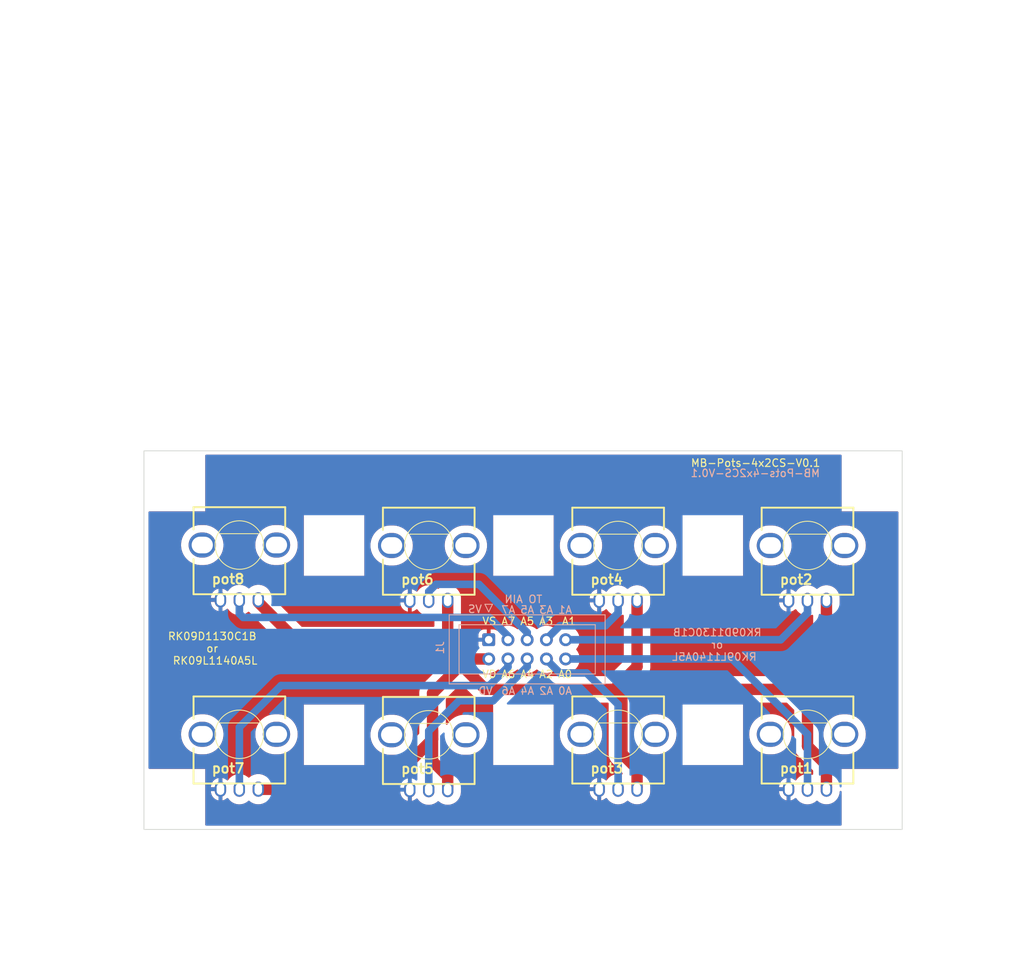
<source format=kicad_pcb>
(kicad_pcb (version 20221018) (generator pcbnew)
  (title_block (title "Pot 4 x 2"))
  (layers (0 "F.Cu" signal "Dessus.Cu") (31 "B.Cu" signal "Dessous.Cu") (34 "B.Paste" user "Dessous.Pate") (35 "F.Paste" user "Dessus.Pate") (36 "B.SilkS" user "Dessous.SilkS") (37 "F.SilkS" user "Dessus.SilkS") (38 "B.Mask" user "Dessous.Masque") (39 "F.Mask" user "Dessus.Masque") (44 "Edge.Cuts" user "Contours.Ci"))
  (net 0 "")
  (net 1 "VDD")
  (net 2 "GND")
  (net 3 "Net-(J1-A7)")
  (net 4 "Net-(J1-A6)")
  (net 5 "Net-(J1-A5)")
  (net 6 "Net-(J1-A4)")
  (net 7 "Net-(J1-A3)")
  (net 8 "Net-(J1-A2)")
  (net 9 "Net-(J1-A1)")
  (net 10 "Net-(J1-A0)")
  (footprint "ksir 2022:RK09L and RK09D" (layer "F.Cu") (at 149.5 73.5)
    (fp_text reference "pot2" (at -1.5 4.5) (layer "F.SilkS") (effects (font (size 1.27 1.27) (thickness 0.254))))
    (fp_text value "POTA" hide)
    (fp_line (start -6.05 -5) (end -6.05 -2.06767) (stroke (width 0.254)) (layer "F.SilkS"))
    (fp_line (start -6.05 6.5) (end -6.05 1.862) (stroke (width 0.254)) (layer "F.SilkS"))
    (fp_line (start -6.05 6.5) (end 6.05 6.5) (stroke (width 0.254)) (layer "F.SilkS"))
    (fp_line (start -2.5 -1.5) (end 2.5 -1.5) (stroke (width 0.12)) (layer "F.SilkS"))
    (fp_line (start 6.05 -5) (end -6.05 -5) (stroke (width 0.254)) (layer "F.SilkS"))
    (fp_line (start 6.05 -5) (end 6.05 -2.12467) (stroke (width 0.254)) (layer "F.SilkS"))
    (fp_line (start 6.05 6.5) (end 6.05 2.4) (stroke (width 0.254)) (layer "F.SilkS"))
    (fp_circle (center 0 0) (end 2.5 2) (stroke (width 0.12)) (fill none) (layer "F.SilkS"))
    (pad "1" thru_hole oval locked (at -2.5 7.251136) (size 1.5 2) (drill oval 1 1.5) (layers "*.Cu" "*.Mask") (net 2 "GND"))
    (pad "2" thru_hole oval locked (at -0.006614 7.253307) (size 1.5 2) (drill oval 1 1.5) (layers "*.Cu" "*.Mask") (net 9 "Net-(J1-A1)"))
    (pad "3" thru_hole oval locked (at 2.5 7.246692) (size 1.5 2) (drill oval 1 1.5) (layers "*.Cu" "*.Mask") (net 1 "VDD"))
    (pad "4" thru_hole oval locked (at -4.9 0 90) (size 3.3 3.6) (drill oval 2.2 2.8) (layers "*.Cu" "*.Mask"))
    (pad "4" thru_hole oval locked (at 4.9 0 90) (size 3.3 3.6) (drill oval 2.2 2.8) (layers "*.Cu" "*.Mask"))
  )
  (footprint "ksir 2022:RK09L and RK09D" (layer "F.Cu") (at 124.5 73.5)
    (fp_text reference "pot4" (at -1.5 4.5) (layer "F.SilkS") (effects (font (size 1.27 1.27) (thickness 0.254))))
    (fp_text value "POTA" hide)
    (fp_line (start -6.05 -5) (end -6.05 -2.06767) (stroke (width 0.254)) (layer "F.SilkS"))
    (fp_line (start -6.05 6.5) (end -6.05 1.862) (stroke (width 0.254)) (layer "F.SilkS"))
    (fp_line (start -6.05 6.5) (end 6.05 6.5) (stroke (width 0.254)) (layer "F.SilkS"))
    (fp_line (start -2.5 -1.5) (end 2.5 -1.5) (stroke (width 0.12)) (layer "F.SilkS"))
    (fp_line (start 6.05 -5) (end -6.05 -5) (stroke (width 0.254)) (layer "F.SilkS"))
    (fp_line (start 6.05 -5) (end 6.05 -2.12467) (stroke (width 0.254)) (layer "F.SilkS"))
    (fp_line (start 6.05 6.5) (end 6.05 2.4) (stroke (width 0.254)) (layer "F.SilkS"))
    (fp_circle (center 0 0) (end 2.5 2) (stroke (width 0.12)) (fill none) (layer "F.SilkS"))
    (pad "1" thru_hole oval locked (at -2.5 7.251136) (size 1.5 2) (drill oval 1 1.5) (layers "*.Cu" "*.Mask") (net 2 "GND"))
    (pad "2" thru_hole oval locked (at -0.006614 7.253307) (size 1.5 2) (drill oval 1 1.5) (layers "*.Cu" "*.Mask") (net 7 "Net-(J1-A3)"))
    (pad "3" thru_hole oval locked (at 2.5 7.246692) (size 1.5 2) (drill oval 1 1.5) (layers "*.Cu" "*.Mask") (net 1 "VDD"))
    (pad "4" thru_hole oval locked (at -4.9 0 90) (size 3.3 3.6) (drill oval 2.2 2.8) (layers "*.Cu" "*.Mask"))
    (pad "4" thru_hole oval locked (at 4.9 0 90) (size 3.3 3.6) (drill oval 2.2 2.8) (layers "*.Cu" "*.Mask"))
  )
  (footprint "ksir 2022:RK09L and RK09D" (layer "F.Cu") (at 124.5 98.436846)
    (fp_text reference "pot3" (at -1.5 4.5) (layer "F.SilkS") (effects (font (size 1.27 1.27) (thickness 0.254))))
    (fp_text value "POTA" hide)
    (fp_line (start -6.05 -5) (end -6.05 -2.06767) (stroke (width 0.254)) (layer "F.SilkS"))
    (fp_line (start -6.05 6.5) (end -6.05 1.862) (stroke (width 0.254)) (layer "F.SilkS"))
    (fp_line (start -6.05 6.5) (end 6.05 6.5) (stroke (width 0.254)) (layer "F.SilkS"))
    (fp_line (start -2.5 -1.5) (end 2.5 -1.5) (stroke (width 0.12)) (layer "F.SilkS"))
    (fp_line (start 6.05 -5) (end -6.05 -5) (stroke (width 0.254)) (layer "F.SilkS"))
    (fp_line (start 6.05 -5) (end 6.05 -2.12467) (stroke (width 0.254)) (layer "F.SilkS"))
    (fp_line (start 6.05 6.5) (end 6.05 2.4) (stroke (width 0.254)) (layer "F.SilkS"))
    (fp_circle (center 0 0) (end 2.5 2) (stroke (width 0.12)) (fill none) (layer "F.SilkS"))
    (pad "1" thru_hole oval locked (at -2.5 7.251136) (size 1.5 2) (drill oval 1 1.5) (layers "*.Cu" "*.Mask") (net 2 "GND"))
    (pad "2" thru_hole oval locked (at -0.006614 7.253307) (size 1.5 2) (drill oval 1 1.5) (layers "*.Cu" "*.Mask") (net 8 "Net-(J1-A2)"))
    (pad "3" thru_hole oval locked (at 2.5 7.246692) (size 1.5 2) (drill oval 1 1.5) (layers "*.Cu" "*.Mask") (net 1 "VDD"))
    (pad "4" thru_hole oval locked (at -4.9 0 90) (size 3.3 3.6) (drill oval 2.2 2.8) (layers "*.Cu" "*.Mask"))
    (pad "4" thru_hole oval locked (at 4.9 0 90) (size 3.3 3.6) (drill oval 2.2 2.8) (layers "*.Cu" "*.Mask"))
  )
  (footprint "ksir 2022:RK09L and RK09D" (layer "F.Cu") (at 99.5 73.5)
    (fp_text reference "pot6" (at -1.5 4.5) (layer "F.SilkS") (effects (font (size 1.27 1.27) (thickness 0.254))))
    (fp_text value "POTA" hide)
    (fp_line (start -6.05 -5) (end -6.05 -2.06767) (stroke (width 0.254)) (layer "F.SilkS"))
    (fp_line (start -6.05 6.5) (end -6.05 1.862) (stroke (width 0.254)) (layer "F.SilkS"))
    (fp_line (start -6.05 6.5) (end 6.05 6.5) (stroke (width 0.254)) (layer "F.SilkS"))
    (fp_line (start -2.5 -1.5) (end 2.5 -1.5) (stroke (width 0.12)) (layer "F.SilkS"))
    (fp_line (start 6.05 -5) (end -6.05 -5) (stroke (width 0.254)) (layer "F.SilkS"))
    (fp_line (start 6.05 -5) (end 6.05 -2.12467) (stroke (width 0.254)) (layer "F.SilkS"))
    (fp_line (start 6.05 6.5) (end 6.05 2.4) (stroke (width 0.254)) (layer "F.SilkS"))
    (fp_circle (center 0 0) (end 2.5 2) (stroke (width 0.12)) (fill none) (layer "F.SilkS"))
    (pad "1" thru_hole oval locked (at -2.5 7.251136) (size 1.5 2) (drill oval 1 1.5) (layers "*.Cu" "*.Mask") (net 2 "GND"))
    (pad "2" thru_hole oval locked (at -0.006614 7.253307) (size 1.5 2) (drill oval 1 1.5) (layers "*.Cu" "*.Mask") (net 5 "Net-(J1-A5)"))
    (pad "3" thru_hole oval locked (at 2.5 7.246692) (size 1.5 2) (drill oval 1 1.5) (layers "*.Cu" "*.Mask") (net 1 "VDD"))
    (pad "4" thru_hole oval locked (at -4.9 0 90) (size 3.3 3.6) (drill oval 2.2 2.8) (layers "*.Cu" "*.Mask"))
    (pad "4" thru_hole oval locked (at 4.9 0 90) (size 3.3 3.6) (drill oval 2.2 2.8) (layers "*.Cu" "*.Mask"))
  )
  (footprint "ksir 2022:RK09L and RK09D" (layer "F.Cu") (at 99.5 98.5)
    (fp_text reference "pot5" (at -1.5 4.5) (layer "F.SilkS") (effects (font (size 1.27 1.27) (thickness 0.254))))
    (fp_text value "POTA" hide)
    (fp_line (start -6.05 -5) (end -6.05 -2.06767) (stroke (width 0.254)) (layer "F.SilkS"))
    (fp_line (start -6.05 6.5) (end -6.05 1.862) (stroke (width 0.254)) (layer "F.SilkS"))
    (fp_line (start -6.05 6.5) (end 6.05 6.5) (stroke (width 0.254)) (layer "F.SilkS"))
    (fp_line (start -2.5 -1.5) (end 2.5 -1.5) (stroke (width 0.12)) (layer "F.SilkS"))
    (fp_line (start 6.05 -5) (end -6.05 -5) (stroke (width 0.254)) (layer "F.SilkS"))
    (fp_line (start 6.05 -5) (end 6.05 -2.12467) (stroke (width 0.254)) (layer "F.SilkS"))
    (fp_line (start 6.05 6.5) (end 6.05 2.4) (stroke (width 0.254)) (layer "F.SilkS"))
    (fp_circle (center 0 0) (end 2.5 2) (stroke (width 0.12)) (fill none) (layer "F.SilkS"))
    (pad "1" thru_hole oval locked (at -2.5 7.251136) (size 1.5 2) (drill oval 1 1.5) (layers "*.Cu" "*.Mask") (net 2 "GND"))
    (pad "2" thru_hole oval locked (at -0.006614 7.253307) (size 1.5 2) (drill oval 1 1.5) (layers "*.Cu" "*.Mask") (net 6 "Net-(J1-A4)"))
    (pad "3" thru_hole oval locked (at 2.5 7.246692) (size 1.5 2) (drill oval 1 1.5) (layers "*.Cu" "*.Mask") (net 1 "VDD"))
    (pad "4" thru_hole oval locked (at -4.9 0 90) (size 3.3 3.6) (drill oval 2.2 2.8) (layers "*.Cu" "*.Mask"))
    (pad "4" thru_hole oval locked (at 4.9 0 90) (size 3.3 3.6) (drill oval 2.2 2.8) (layers "*.Cu" "*.Mask"))
  )
  (footprint "ksir 2022:RK09L and RK09D" (layer "F.Cu") (at 74.5 73.436846)
    (fp_text reference "pot8" (at -1.5 4.5) (layer "F.SilkS") (effects (font (size 1.27 1.27) (thickness 0.254))))
    (fp_text value "POTA" hide)
    (fp_line (start -6.05 -5) (end -6.05 -2.06767) (stroke (width 0.254)) (layer "F.SilkS"))
    (fp_line (start -6.05 6.5) (end -6.05 1.862) (stroke (width 0.254)) (layer "F.SilkS"))
    (fp_line (start -6.05 6.5) (end 6.05 6.5) (stroke (width 0.254)) (layer "F.SilkS"))
    (fp_line (start -2.5 -1.5) (end 2.5 -1.5) (stroke (width 0.12)) (layer "F.SilkS"))
    (fp_line (start 6.05 -5) (end -6.05 -5) (stroke (width 0.254)) (layer "F.SilkS"))
    (fp_line (start 6.05 -5) (end 6.05 -2.12467) (stroke (width 0.254)) (layer "F.SilkS"))
    (fp_line (start 6.05 6.5) (end 6.05 2.4) (stroke (width 0.254)) (layer "F.SilkS"))
    (fp_circle (center 0 0) (end 2.5 2) (stroke (width 0.12)) (fill none) (layer "F.SilkS"))
    (pad "1" thru_hole oval locked (at -2.5 7.251136) (size 1.5 2) (drill oval 1 1.5) (layers "*.Cu" "*.Mask") (net 2 "GND"))
    (pad "2" thru_hole oval locked (at -0.006614 7.253307) (size 1.5 2) (drill oval 1 1.5) (layers "*.Cu" "*.Mask") (net 3 "Net-(J1-A7)"))
    (pad "3" thru_hole oval locked (at 2.5 7.246692) (size 1.5 2) (drill oval 1 1.5) (layers "*.Cu" "*.Mask") (net 1 "VDD"))
    (pad "4" thru_hole oval locked (at -4.9 0 90) (size 3.3 3.6) (drill oval 2.2 2.8) (layers "*.Cu" "*.Mask"))
    (pad "4" thru_hole oval locked (at 4.9 0 90) (size 3.3 3.6) (drill oval 2.2 2.8) (layers "*.Cu" "*.Mask"))
  )
  (footprint "ksir 2022:RK09L and RK09D" (layer "F.Cu") (at 74.5 98.436846)
    (fp_text reference "pot7" (at -1.5 4.5) (layer "F.SilkS") (effects (font (size 1.27 1.27) (thickness 0.254))))
    (fp_text value "POTA" hide)
    (fp_line (start -6.05 -5) (end -6.05 -2.06767) (stroke (width 0.254)) (layer "F.SilkS"))
    (fp_line (start -6.05 6.5) (end -6.05 1.862) (stroke (width 0.254)) (layer "F.SilkS"))
    (fp_line (start -6.05 6.5) (end 6.05 6.5) (stroke (width 0.254)) (layer "F.SilkS"))
    (fp_line (start -2.5 -1.5) (end 2.5 -1.5) (stroke (width 0.12)) (layer "F.SilkS"))
    (fp_line (start 6.05 -5) (end -6.05 -5) (stroke (width 0.254)) (layer "F.SilkS"))
    (fp_line (start 6.05 -5) (end 6.05 -2.12467) (stroke (width 0.254)) (layer "F.SilkS"))
    (fp_line (start 6.05 6.5) (end 6.05 2.4) (stroke (width 0.254)) (layer "F.SilkS"))
    (fp_circle (center 0 0) (end 2.5 2) (stroke (width 0.12)) (fill none) (layer "F.SilkS"))
    (pad "1" thru_hole oval locked (at -2.5 7.251136) (size 1.5 2) (drill oval 1 1.5) (layers "*.Cu" "*.Mask") (net 2 "GND"))
    (pad "2" thru_hole oval locked (at -0.006614 7.253307) (size 1.5 2) (drill oval 1 1.5) (layers "*.Cu" "*.Mask") (net 4 "Net-(J1-A6)"))
    (pad "3" thru_hole oval locked (at 2.5 7.246692) (size 1.5 2) (drill oval 1 1.5) (layers "*.Cu" "*.Mask") (net 1 "VDD"))
    (pad "4" thru_hole oval locked (at -4.9 0 90) (size 3.3 3.6) (drill oval 2.2 2.8) (layers "*.Cu" "*.Mask"))
    (pad "4" thru_hole oval locked (at 4.9 0 90) (size 3.3 3.6) (drill oval 2.2 2.8) (layers "*.Cu" "*.Mask"))
  )
  (footprint "ksir 2022:RK09L and RK09D" (layer "F.Cu") (at 149.5 98.436846)
    (fp_text reference "pot1" (at -1.5 4.5) (layer "F.SilkS") (effects (font (size 1.27 1.27) (thickness 0.254))))
    (fp_text value "POTA" hide)
    (fp_line (start -6.05 -5) (end -6.05 -2.06767) (stroke (width 0.254)) (layer "F.SilkS"))
    (fp_line (start -6.05 6.5) (end -6.05 1.862) (stroke (width 0.254)) (layer "F.SilkS"))
    (fp_line (start -6.05 6.5) (end 6.05 6.5) (stroke (width 0.254)) (layer "F.SilkS"))
    (fp_line (start -2.5 -1.5) (end 2.5 -1.5) (stroke (width 0.12)) (layer "F.SilkS"))
    (fp_line (start 6.05 -5) (end -6.05 -5) (stroke (width 0.254)) (layer "F.SilkS"))
    (fp_line (start 6.05 -5) (end 6.05 -2.12467) (stroke (width 0.254)) (layer "F.SilkS"))
    (fp_line (start 6.05 6.5) (end 6.05 2.4) (stroke (width 0.254)) (layer "F.SilkS"))
    (fp_circle (center 0 0) (end 2.5 2) (stroke (width 0.12)) (fill none) (layer "F.SilkS"))
    (pad "1" thru_hole oval locked (at -2.5 7.251136) (size 1.5 2) (drill oval 1 1.5) (layers "*.Cu" "*.Mask") (net 2 "GND"))
    (pad "2" thru_hole oval locked (at -0.006614 7.253307) (size 1.5 2) (drill oval 1 1.5) (layers "*.Cu" "*.Mask") (net 10 "Net-(J1-A0)"))
    (pad "3" thru_hole oval locked (at 2.5 7.246692) (size 1.5 2) (drill oval 1 1.5) (layers "*.Cu" "*.Mask") (net 1 "VDD"))
    (pad "4" thru_hole oval locked (at -4.9 0 90) (size 3.3 3.6) (drill oval 2.2 2.8) (layers "*.Cu" "*.Mask"))
    (pad "4" thru_hole oval locked (at 4.9 0 90) (size 3.3 3.6) (drill oval 2.2 2.8) (layers "*.Cu" "*.Mask"))
  )
  (footprint "MountingHole:MountingHole_3.2mm_M3" (layer "F.Cu") (at 158 65)
    (fp_text reference "H1" hide)
    (fp_text value "MountingHole")
    (pad "" np_thru_hole circle (at 0 0) (size 3.2 3.2) (drill 3.2) (layers "*.Cu" "*.Mask"))
  )
  (footprint "MountingHole:MountingHole_3.2mm_M3" (layer "F.Cu") (at 87 73.5)
    (fp_text reference "H10" hide)
    (fp_text value "MountingHole")
    (pad "" np_thru_hole circle (at 0 0) (size 3.2 3.2) (drill 3.2) (layers "*.Cu" "*.Mask"))
  )
  (footprint "MountingHole:MountingHole_3.2mm_M3" (layer "F.Cu") (at 158 107)
    (fp_text reference "H2" hide)
    (fp_text value "MountingHole")
    (pad "" np_thru_hole circle (at 0 0) (size 3.2 3.2) (drill 3.2) (layers "*.Cu" "*.Mask"))
  )
  (footprint "MountingHole:MountingHole_3.2mm_M3" (layer "F.Cu") (at 66 65)
    (fp_text reference "H4" hide)
    (fp_text value "MountingHole")
    (pad "" np_thru_hole circle (at 0 0) (size 3.2 3.2) (drill 3.2) (layers "*.Cu" "*.Mask"))
  )
  (footprint "MountingHole:MountingHole_3.2mm_M3" (layer "F.Cu") (at 112 98.5)
    (fp_text reference "H8" hide)
    (fp_text value "MountingHole")
    (pad "" np_thru_hole circle (at 0 0) (size 3.2 3.2) (drill 3.2) (layers "*.Cu" "*.Mask"))
  )
  (footprint "MountingHole:MountingHole_3.2mm_M3" (layer "F.Cu") (at 87 98.5)
    (fp_text reference "H9" hide)
    (fp_text value "MountingHole")
    (pad "" np_thru_hole circle (at 0 0) (size 3.2 3.2) (drill 3.2) (layers "*.Cu" "*.Mask"))
  )
  (footprint "MountingHole:MountingHole_3.2mm_M3" (layer "F.Cu") (at 137 73.5)
    (fp_text reference "H7" hide)
    (fp_text value "MountingHole")
    (pad "" np_thru_hole circle (at 0 0) (size 3.2 3.2) (drill 3.2) (layers "*.Cu" "*.Mask"))
  )
  (footprint "MountingHole:MountingHole_3.2mm_M3" (layer "F.Cu") (at 112 73.5)
    (fp_text reference "H6" hide)
    (fp_text value "MountingHole")
    (pad "" np_thru_hole circle (at 0 0) (size 3.2 3.2) (drill 3.2) (layers "*.Cu" "*.Mask"))
  )
  (footprint "MountingHole:MountingHole_3.2mm_M3" (layer "F.Cu") (at 137 98.5)
    (fp_text reference "H5" hide)
    (fp_text value "MountingHole")
    (pad "" np_thru_hole circle (at 0 0) (size 3.2 3.2) (drill 3.2) (layers "*.Cu" "*.Mask"))
  )
  (footprint "MountingHole:MountingHole_3.2mm_M3" (layer "F.Cu") (at 66 107)
    (fp_text reference "H3" hide)
    (fp_text value "MountingHole")
    (pad "" np_thru_hole circle (at 0 0) (size 3.2 3.2) (drill 3.2) (layers "*.Cu" "*.Mask"))
  )
  (footprint "Connector_IDC:IDC-Header_2x05_P2.54mm_Vertical" (layer "B.Cu") (at 107.414 85.946 -90)
    (fp_text reference "J1" (at 1.054 6.414 90) (layer "B.SilkS") (effects (justify mirror)))
    (fp_text value "IDC-Header_2x05_P2.54mm_Vertical")
    (fp_line (start -4.68 -0.5) (end -3.68 0) (stroke (width 0.12)) (layer "B.SilkS"))
    (fp_line (start -4.68 0.5) (end -4.68 -0.5) (stroke (width 0.12)) (layer "B.SilkS"))
    (fp_line (start -3.68 0) (end -4.68 0.5) (stroke (width 0.12)) (layer "B.SilkS"))
    (fp_line (start -3.29 -15.37) (end -3.29 5.21) (stroke (width 0.12)) (layer "B.SilkS"))
    (fp_line (start -3.29 -3.03) (end -1.98 -3.03) (stroke (width 0.12)) (layer "B.SilkS"))
    (fp_line (start -3.29 5.21) (end 5.83 5.21) (stroke (width 0.12)) (layer "B.SilkS"))
    (fp_line (start -1.98 -14.07) (end -1.98 -7.13) (stroke (width 0.12)) (layer "B.SilkS"))
    (fp_line (start -1.98 -7.13) (end -3.29 -7.13) (stroke (width 0.12)) (layer "B.SilkS"))
    (fp_line (start -1.98 -7.13) (end -1.98 -7.13) (stroke (width 0.12)) (layer "B.SilkS"))
    (fp_line (start -1.98 -3.03) (end -1.98 3.91) (stroke (width 0.12)) (layer "B.SilkS"))
    (fp_line (start -1.98 3.91) (end 4.52 3.91) (stroke (width 0.12)) (layer "B.SilkS"))
    (fp_line (start 4.52 -14.07) (end -1.98 -14.07) (stroke (width 0.12)) (layer "B.SilkS"))
    (fp_line (start 4.52 3.91) (end 4.52 -14.07) (stroke (width 0.12)) (layer "B.SilkS"))
    (fp_line (start 5.83 -15.37) (end -3.29 -15.37) (stroke (width 0.12)) (layer "B.SilkS"))
    (fp_line (start 5.83 5.21) (end 5.83 -15.37) (stroke (width 0.12)) (layer "B.SilkS"))
    (pad "1" thru_hole roundrect locked (at 0 0 270) (size 1.7 1.7) (drill 1) (layers "*.Cu" "*.Mask") (roundrect_rratio 0.1470588235) (net 2 "GND"))
    (pad "2" thru_hole circle locked (at 2.54 0 270) (size 1.7 1.7) (drill 1) (layers "*.Cu" "*.Mask") (net 1 "VDD"))
    (pad "3" thru_hole circle locked (at 0 -2.54 270) (size 1.7 1.7) (drill 1) (layers "*.Cu" "*.Mask") (net 3 "Net-(J1-A7)"))
    (pad "4" thru_hole circle locked (at 2.54 -2.54 270) (size 1.7 1.7) (drill 1) (layers "*.Cu" "*.Mask") (net 4 "Net-(J1-A6)"))
    (pad "5" thru_hole circle locked (at 0 -5.08 270) (size 1.7 1.7) (drill 1) (layers "*.Cu" "*.Mask") (net 5 "Net-(J1-A5)"))
    (pad "6" thru_hole circle locked (at 2.54 -5.08 270) (size 1.7 1.7) (drill 1) (layers "*.Cu" "*.Mask") (net 6 "Net-(J1-A4)"))
    (pad "7" thru_hole circle locked (at 0 -7.62 270) (size 1.7 1.7) (drill 1) (layers "*.Cu" "*.Mask") (net 7 "Net-(J1-A3)"))
    (pad "8" thru_hole circle locked (at 2.54 -7.62 270) (size 1.7 1.7) (drill 1) (layers "*.Cu" "*.Mask") (net 8 "Net-(J1-A2)"))
    (pad "9" thru_hole circle locked (at 0 -10.16 270) (size 1.7 1.7) (drill 1) (layers "*.Cu" "*.Mask") (net 9 "Net-(J1-A1)"))
    (pad "10" thru_hole circle locked (at 2.54 -10.16 270) (size 1.7 1.7) (drill 1) (layers "*.Cu" "*.Mask") (net 10 "Net-(J1-A0)"))
  )
  (gr_poly (pts (xy 61.9 61) (xy 162 61) (xy 162 111) (xy 61.9 111)) (stroke (width 0.1)) (fill none) (layer "Edge.Cuts"))
  (gr_text "A5" (at 112.5 82) (layer "B.SilkS") (effects (font (size 1 1)) (justify mirror)))
  (gr_text "A2" (at 115 92.7) (layer "B.SilkS") (effects (font (size 1 1)) (justify mirror)))
  (gr_text "A6" (at 110 92.7) (layer "B.SilkS") (effects (font (size 1 1)) (justify mirror)))
  (gr_text "A3" (at 115 82) (layer "B.SilkS") (effects (font (size 1 1)) (justify mirror)))
  (gr_text "A1" (at 117.5 82) (layer "B.SilkS") (effects (font (size 1 1)) (justify mirror)))
  (gr_text "TO AIN" (at 112 80.6) (layer "B.SilkS") (effects (font (size 1 1)) (justify mirror)))
  (gr_text "RK09D1130C1B \nor \nRK09L1140A5L" (at 137.2 86.6) (layer "B.SilkS") (effects (font (size 1 1)) (justify mirror)))
  (gr_text "VS" (at 105.6 81.9) (layer "B.SilkS") (effects (font (size 1 1)) (justify mirror)))
  (gr_text "VD" (at 107 92.7) (layer "B.SilkS") (effects (font (size 1 1)) (justify mirror)))
  (gr_text "A0" (at 117.5 92.7) (layer "B.SilkS") (effects (font (size 1 1)) (justify mirror)))
  (gr_text "A7" (at 110 82) (layer "B.SilkS") (effects (font (size 1 1)) (justify mirror)))
  (gr_text "A4" (at 112.5 92.7) (layer "B.SilkS") (effects (font (size 1 1)) (justify mirror)))
  (gr_text "MB-Pots-4x2CS-V0.1" (at 142.6 63.95) (layer "B.SilkS") (effects (font (size 1 1)) (justify mirror)))
  (gr_text "A2" (at 115 90.5) (layer "F.SilkS") (effects (font (size 1 1))))
  (gr_text "A3" (at 115 83.5) (layer "F.SilkS") (effects (font (size 1 1))))
  (gr_text "MB-Pots-4x2CS-V0.1" (at 142.65 62.6) (layer "F.SilkS") (effects (font (size 1 1))))
  (gr_text "VD" (at 107.5 90.5) (layer "F.SilkS") (effects (font (size 1 1))))
  (gr_text "A1" (at 118 83.5) (layer "F.SilkS") (effects (font (size 1 1))))
  (gr_text "VS" (at 107.5 83.5) (layer "F.SilkS") (effects (font (size 1 1))))
  (gr_text "A0" (at 117.5 90.5) (layer "F.SilkS") (effects (font (size 1 1))))
  (gr_text "A7" (at 110 83.5) (layer "F.SilkS") (effects (font (size 1 1))))
  (gr_text "RK09D1130C1B \nor \nRK09L1140A5L" (at 71.3 87.1) (layer "F.SilkS") (effects (font (size 1 1))))
  (gr_text "A5" (at 112.5 83.5) (layer "F.SilkS") (effects (font (size 1 1))))
  (gr_text "A4" (at 112.5 90.5) (layer "F.SilkS") (effects (font (size 1 1))))
  (gr_text "A6" (at 110 90.5) (layer "F.SilkS") (effects (font (size 1 1))))
  (segment (start 127 80.746692) (end 127 89.5) (width 1.5) (layer "F.Cu") (net 1))
  (segment (start 104.514 88.486) (end 107.414 88.486) (width 1.5) (layer "F.Cu") (net 1))
  (segment (start 125 93.5) (end 124 92.5) (width 1.5) (layer "F.Cu") (net 1))
  (segment (start 100 93) (end 104.5 88.5) (width 1.5) (layer "F.Cu") (net 1))
  (segment (start 100 102) (end 102 104) (width 1.5) (layer "F.Cu") (net 1))
  (segment (start 127 89.5) (end 124 92.5) (width 1.5) (layer "F.Cu") (net 1))
  (segment (start 102 104) (end 102 105.3525) (width 1.5) (layer "F.Cu") (net 1))
  (segment (start 152 102.5) (end 149.5 100) (width 1.5) (layer "F.Cu") (net 1))
  (segment (start 104.5 90) (end 104.5 88.5) (width 1.5) (layer "F.Cu") (net 1))
  (segment (start 124 92.5) (end 123.5 92.5) (width 1.5) (layer "F.Cu") (net 1))
  (segment (start 102 86) (end 102 80.746692) (width 1.5) (layer "F.Cu") (net 1))
  (segment (start 127 103) (end 125 101) (width 1.5) (layer "F.Cu") (net 1))
  (segment (start 100 98) (end 100 102) (width 1.5) (layer "F.Cu") (net 1))
  (segment (start 82 86) (end 102 86) (width 1.5) (layer "F.Cu") (net 1))
  (segment (start 104.5 88.5) (end 104.514 88.486) (width 1.5) (layer "F.Cu") (net 1))
  (segment (start 152 80.746692) (end 152 87.5) (width 1.5) (layer "F.Cu") (net 1))
  (segment (start 100 99.077027) (end 100 93) (width 1.5) (layer "F.Cu") (net 1))
  (segment (start 93.377027 105.7) (end 100 99.077027) (width 1.5) (layer "F.Cu") (net 1))
  (segment (start 77 81) (end 82 86) (width 1.5) (layer "F.Cu") (net 1))
  (segment (start 77.016462 105.7) (end 93.377027 105.7) (width 1.5) (layer "F.Cu") (net 1))
  (segment (start 149.5 94.5) (end 147.5 92.5) (width 1.5) (layer "F.Cu") (net 1))
  (segment (start 149.5 100) (end 149.5 94.5) (width 1.5) (layer "F.Cu") (net 1))
  (segment (start 77 105.683538) (end 77.016462 105.7) (width 1.5) (layer "F.Cu") (net 1))
  (segment (start 104.5 88.5) (end 102 86) (width 1.5) (layer "F.Cu") (net 1))
  (segment (start 152 105.375) (end 152 102.5) (width 1.5) (layer "F.Cu") (net 1))
  (segment (start 147 92.5) (end 107 92.5) (width 1.5) (layer "F.Cu") (net 1))
  (segment (start 127 105.3525) (end 127 103) (width 1.5) (layer "F.Cu") (net 1))
  (segment (start 107 92.5) (end 104.5 90) (width 1.5) (layer "F.Cu") (net 1))
  (segment (start 152 87.5) (end 147 92.5) (width 1.5) (layer "F.Cu") (net 1))
  (segment (start 125 101) (end 125 93.5) (width 1.5) (layer "F.Cu") (net 1))
  (segment (start 109.954 85.454) (end 107.5 83) (width 1) (layer "B.Cu") (net 3))
  (segment (start 107.5 83) (end 75 83) (width 1) (layer "B.Cu") (net 3))
  (segment (start 74.5 82.5) (end 74.5 80.375) (width 1) (layer "B.Cu") (net 3))
  (segment (start 109.954 85.946) (end 109.954 85.454) (width 1) (layer "B.Cu") (net 3))
  (segment (start 75 83) (end 74.5 82.5) (width 1) (layer "B.Cu") (net 3))
  (segment (start 74.5 105.375) (end 74.5 97.5) (width 1) (layer "B.Cu") (net 4))
  (segment (start 107.5 92) (end 109.954 89.546) (width 1) (layer "B.Cu") (net 4))
  (segment (start 80 92) (end 107.5 92) (width 1) (layer "B.Cu") (net 4))
  (segment (start 109.954 89.546) (end 109.954 88.486) (width 1) (layer "B.Cu") (net 4))
  (segment (start 74.5 97.5) (end 80 92) (width 1) (layer "B.Cu") (net 4))
  (segment (start 99.5 79.585787) (end 100.460787 78.625) (width 1) (layer "B.Cu") (net 5))
  (segment (start 100.460787 78.625) (end 106.125 78.625) (width 1) (layer "B.Cu") (net 5))
  (segment (start 106.125 78.625) (end 112.494 84.994) (width 1) (layer "B.Cu") (net 5))
  (segment (start 112.494 84.994) (end 112.494 85.946) (width 1) (layer "B.Cu") (net 5))
  (segment (start 99.5 80.375) (end 99.5 79.585787) (width 1) (layer "B.Cu") (net 5))
  (segment (start 99.5 106) (end 99.5 98) (width 1) (layer "B.Cu") (net 6))
  (segment (start 103.5 94) (end 108 94) (width 1) (layer "B.Cu") (net 6))
  (segment (start 99.5 98) (end 103.5 94) (width 1) (layer "B.Cu") (net 6))
  (segment (start 108 94) (end 112.494 89.506) (width 1) (layer "B.Cu") (net 6))
  (segment (start 112.494 89.506) (end 112.494 88.486) (width 1) (layer "B.Cu") (net 6))
  (segment (start 122.818213 84.096) (end 116.807704 84.096) (width 1) (layer "B.Cu") (net 7))
  (segment (start 124.5 82.414213) (end 122.818213 84.096) (width 1) (layer "B.Cu") (net 7))
  (segment (start 116.807704 84.096) (end 115.034 85.869704) (width 1) (layer "B.Cu") (net 7))
  (segment (start 124.5 80.375) (end 124.5 82.414213) (width 1) (layer "B.Cu") (net 7))
  (segment (start 115.034 85.869704) (end 115.034 85.946) (width 1) (layer "B.Cu") (net 7))
  (segment (start 124.5 105.3525) (end 124.5 94.5) (width 1) (layer "B.Cu") (net 8))
  (segment (start 120.336 90.336) (end 116.807704 90.336) (width 1) (layer "B.Cu") (net 8))
  (segment (start 116.807704 90.336) (end 115.034 88.562296) (width 1) (layer "B.Cu") (net 8))
  (segment (start 124.5 94.5) (end 120.336 90.336) (width 1) (layer "B.Cu") (net 8))
  (segment (start 115.034 88.562296) (end 115.034 88.486) (width 1) (layer "B.Cu") (net 8))
  (segment (start 149.5 82.414213) (end 145.968213 85.946) (width 1) (layer "B.Cu") (net 9))
  (segment (start 149.5 80.375) (end 149.5 82.414213) (width 1) (layer "B.Cu") (net 9))
  (segment (start 145.968213 85.946) (end 117.574 85.946) (width 1) (layer "B.Cu") (net 9))
  (segment (start 149.5 98.427) (end 139.559 88.486) (width 1) (layer "B.Cu") (net 10))
  (segment (start 149.5 105.375) (end 149.5 98.427) (width 1) (layer "B.Cu") (net 10))
  (segment (start 139.559 88.486) (end 117.574 88.486) (width 1) (layer "B.Cu") (net 10))
  (zone (net 2) (net_name "GND") (layer "F.Cu") (connect_pads (clearance 1)) (min_thickness 0.254) (fill yes (thermal_gap 0.508) (thermal_bridge_width 0.508))
    (polygon (pts (xy 62.5 61.5) (xy 161.5 61.5) (xy 161.5 110.5) (xy 62.5 110.5)))
  )
  (zone (net 0) (net_name "") (layers "F&B.Cu" "Eco1.User") (connect_pads (clearance 0)) (min_thickness 0.254)
    (keepout (tracks allowed) (vias allowed) (pads allowed) (copperpour not_allowed) (footprints allowed))
    (fill (thermal_gap 0.508) (thermal_bridge_width 0.508))
    (polygon (pts (xy 91 102.5) (xy 83 102.5) (xy 83 94.5) (xy 91 94.5)))
  )
  (zone (net 0) (net_name "") (layers "F&B.Cu" "Eco1.User") (connect_pads (clearance 0)) (min_thickness 0.254)
    (keepout (tracks allowed) (vias allowed) (pads allowed) (copperpour not_allowed) (footprints allowed))
    (fill (thermal_gap 0.508) (thermal_bridge_width 0.508))
    (polygon (pts (xy 116 77.5) (xy 108 77.5) (xy 108 69.5) (xy 116 69.5)))
  )
  (zone (net 0) (net_name "") (layers "F&B.Cu" "Eco1.User") (connect_pads (clearance 0)) (min_thickness 0.254)
    (keepout (tracks allowed) (vias allowed) (pads allowed) (copperpour not_allowed) (footprints allowed))
    (fill (thermal_gap 0.508) (thermal_bridge_width 0.508))
    (polygon (pts (xy 162 111) (xy 154 111) (xy 154 103) (xy 162 103)))
  )
  (zone (net 0) (net_name "") (layers "F&B.Cu" "Eco1.User") (connect_pads (clearance 0)) (min_thickness 0.254)
    (keepout (tracks allowed) (vias allowed) (pads allowed) (copperpour not_allowed) (footprints allowed))
    (fill (thermal_gap 0.508) (thermal_bridge_width 0.508))
    (polygon (pts (xy 162 69) (xy 154 69) (xy 154 61) (xy 162 61)))
  )
  (zone (net 0) (net_name "") (layers "F&B.Cu" "Eco1.User") (connect_pads (clearance 0)) (min_thickness 0.254)
    (keepout (tracks allowed) (vias allowed) (pads allowed) (copperpour not_allowed) (footprints allowed))
    (fill (thermal_gap 0.508) (thermal_bridge_width 0.508))
    (polygon (pts (xy 70 69) (xy 62 69) (xy 62 61) (xy 70 61)))
  )
  (zone (net 0) (net_name "") (layers "F&B.Cu" "Eco1.User") (connect_pads (clearance 0)) (min_thickness 0.254)
    (keepout (tracks allowed) (vias allowed) (pads allowed) (copperpour not_allowed) (footprints allowed))
    (fill (thermal_gap 0.508) (thermal_bridge_width 0.508))
    (polygon (pts (xy 141 102.5) (xy 133 102.5) (xy 133 94.5) (xy 141 94.5)))
  )
  (zone (net 0) (net_name "") (layers "F&B.Cu" "Eco1.User") (connect_pads (clearance 0)) (min_thickness 0.254)
    (keepout (tracks allowed) (vias allowed) (pads allowed) (copperpour not_allowed) (footprints allowed))
    (fill (thermal_gap 0.508) (thermal_bridge_width 0.508))
    (polygon (pts (xy 91 77.5) (xy 83 77.5) (xy 83 69.5) (xy 91 69.5)))
  )
  (zone (net 0) (net_name "") (layers "F&B.Cu" "Eco1.User") (connect_pads (clearance 0)) (min_thickness 0.254)
    (keepout (tracks allowed) (vias allowed) (pads allowed) (copperpour not_allowed) (footprints allowed))
    (fill (thermal_gap 0.508) (thermal_bridge_width 0.508))
    (polygon (pts (xy 70 111) (xy 62 111) (xy 62 103) (xy 70 103)))
  )
  (zone (net 0) (net_name "") (layers "F&B.Cu" "Eco1.User") (connect_pads (clearance 0)) (min_thickness 0.254)
    (keepout (tracks allowed) (vias allowed) (pads allowed) (copperpour not_allowed) (footprints allowed))
    (fill (thermal_gap 0.508) (thermal_bridge_width 0.508))
    (polygon (pts (xy 141 77.5) (xy 133 77.5) (xy 133 69.5) (xy 141 69.5)))
  )
  (zone (net 0) (net_name "") (layers "F&B.Cu" "Eco1.User") (connect_pads (clearance 0)) (min_thickness 0.254)
    (keepout (tracks allowed) (vias allowed) (pads allowed) (copperpour not_allowed) (footprints allowed))
    (fill (thermal_gap 0.508) (thermal_bridge_width 0.508))
    (polygon (pts (xy 116 102.5) (xy 108 102.5) (xy 108 94.5) (xy 116 94.5)))
  )
  (zone (net 2) (net_name "GND") (layer "B.Cu") (connect_pads (clearance 1)) (min_thickness 0.254) (fill yes (thermal_gap 0.508) (thermal_bridge_width 0.508))
    (polygon (pts (xy 62.5 61.5) (xy 161.5 61.5) (xy 161.5 110.5) (xy 62.5 110.5)))
  )
)
</source>
